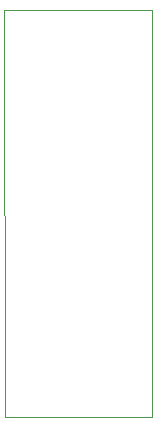
<source format=gbr>
%TF.GenerationSoftware,KiCad,Pcbnew,8.0.3*%
%TF.CreationDate,2024-07-03T12:43:34+02:00*%
%TF.ProjectId,Passive Buzzer Module,50617373-6976-4652-9042-757a7a657220,rev?*%
%TF.SameCoordinates,Original*%
%TF.FileFunction,Profile,NP*%
%FSLAX46Y46*%
G04 Gerber Fmt 4.6, Leading zero omitted, Abs format (unit mm)*
G04 Created by KiCad (PCBNEW 8.0.3) date 2024-07-03 12:43:34*
%MOMM*%
%LPD*%
G01*
G04 APERTURE LIST*
%TA.AperFunction,Profile*%
%ADD10C,0.050000*%
%TD*%
G04 APERTURE END LIST*
D10*
X143500000Y-82000000D02*
X131000000Y-82000000D01*
X143500000Y-116500000D02*
X143500000Y-82000000D01*
X131050000Y-116500000D02*
X143500000Y-116500000D01*
X131000000Y-82000000D02*
X131050000Y-116500000D01*
M02*

</source>
